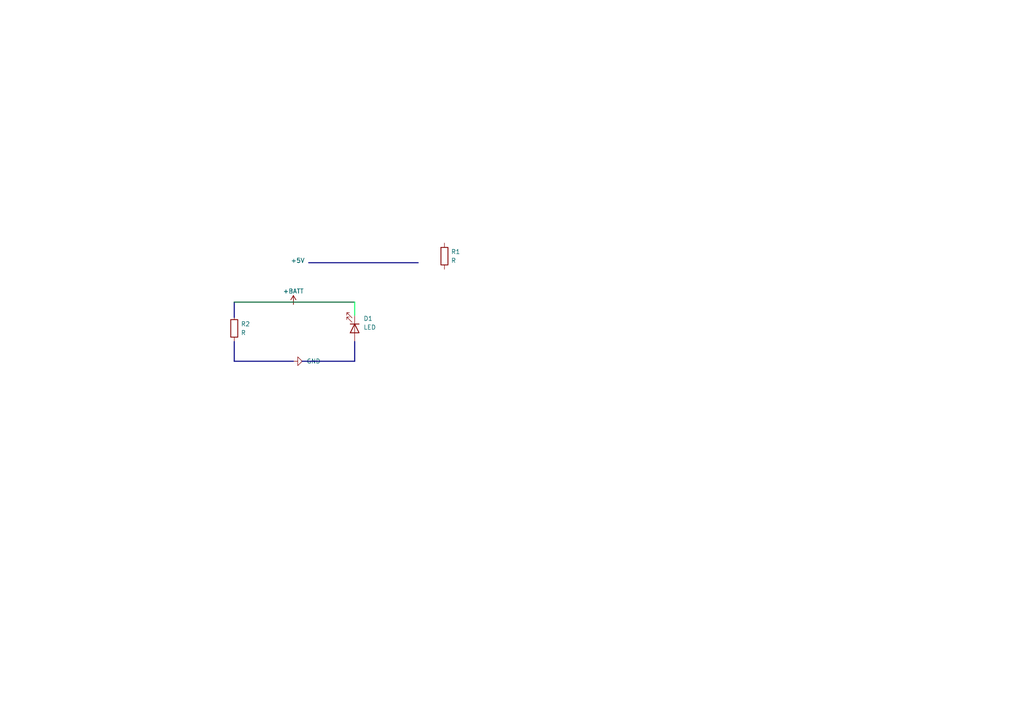
<source format=kicad_sch>
(kicad_sch (version 20250114) (generator "eeschema") (generator_version "9.0")
  (paper "A4")
  (lib_symbols
    (symbol "Device:LED" (pin_numbers (hide yes)) (pin_names (offset 1.016) (hide yes))
      (property "Reference" "D" (at 0 2.54 0))
      (property "Value" "LED" (at 0 -2.54 0))
      (symbol "LED_0_1"
        (polyline (pts (xy -3.048 -0.762) (xy -4.572 -2.286) (xy -3.81 -2.286) (xy -4.572 -2.286) (xy -4.572 -1.524)))
        (polyline (pts (xy -1.778 -0.762) (xy -3.302 -2.286) (xy -2.54 -2.286) (xy -3.302 -2.286) (xy -3.302 -1.524)))
        (polyline (pts (xy -1.27 0) (xy 1.27 0)))
        (polyline (pts (xy -1.27 -1.27) (xy -1.27 1.27)) (stroke (width 0.254)))
        (polyline (pts (xy 1.27 -1.27) (xy 1.27 1.27) (xy -1.27 0) (xy 1.27 -1.27)) (stroke (width 0.254)))
      )
      (symbol "LED_1_1"
        (pin passive line (at -3.81 0 0) (length 2.54) (name "K") (number "1"))
        (pin passive line (at 3.81 0 180) (length 2.54) (name "A") (number "2"))
      )
    )
    (symbol "Device:R" (pin_numbers (hide yes)) (pin_names (offset 0))
      (property "Reference" "R" (at 2.032 0 90))
      (property "Value" "R" (at 0 0 90))
      (symbol "R_0_1"
        (rectangle (start -1.016 -2.54) (end 1.016 2.54) (stroke (width 0.254)))
      )
      (symbol "R_1_1"
        (pin passive line (at 0 3.81 270) (length 1.27) (name "~") (number "1"))
        (pin passive line (at 0 -3.81 90) (length 1.27) (name "~") (number "2"))
      )
    )
    (symbol "power:+5V" (power) (pin_numbers (hide yes)) (pin_names (offset 0) (hide yes))
      (property "Value" "+5V" (at 0 3.556 0))
      (symbol "+5V_0_1"
        (polyline (pts (xy -0.762 1.27) (xy 0 2.54)))
        (polyline (pts (xy 0 2.54) (xy 0.762 1.27)))
        (polyline (pts (xy 0 0) (xy 0 2.54)))
      )
      (symbol "+5V_1_1"
        (pin power_in line (at 0 0 90) (length 0) (name "~") (number "1"))
      )
    )
    (symbol "power:+BATT" (power) (pin_numbers (hide yes)) (pin_names (offset 0) (hide yes))
      (property "Value" "+BATT" (at 0 3.556 0))
      (symbol "+BATT_0_1"
        (polyline (pts (xy -0.762 1.27) (xy 0 2.54)))
        (polyline (pts (xy 0 2.54) (xy 0.762 1.27)))
        (polyline (pts (xy 0 0) (xy 0 2.54)))
      )
      (symbol "+BATT_1_1"
        (pin power_in line (at 0 0 90) (length 0) (name "~") (number "1"))
      )
    )
    (symbol "power:GND" (power) (pin_numbers (hide yes)) (pin_names (offset 0) (hide yes))
      (property "Value" "GND" (at 0 -3.81 0))
      (symbol "GND_0_1"
        (polyline (pts (xy 0 0) (xy 0 -1.27) (xy 1.27 -1.27) (xy 0 -2.54) (xy -1.27 -1.27) (xy 0 -1.27)))
      )
      (symbol "GND_1_1"
        (pin power_in line (at 0 0 270) (length 0) (name "~") (number "1"))
      )
    )
  )
  (bus (pts (xy 67.945 99.06) (xy 67.945 104.775)))
  (bus (pts (xy 67.945 87.63) (xy 67.945 92.075)))
  (bus (pts (xy 102.87 87.63) (xy 102.87 91.44)) (stroke (width 0) (color 28 255 109 1)))
  (bus (pts (xy 87.63 104.775) (xy 102.87 104.775)))
  (bus (pts (xy 102.87 99.06) (xy 102.87 104.775)))
  (bus (pts (xy 89.535 76.2) (xy 121.285 76.2)))
  (bus (pts (xy 67.945 87.63) (xy 102.87 87.63)) (stroke (width 0) (color 19 109 64 1)))
  (bus (pts (xy 67.945 104.775) (xy 85.09 104.775)))
  (symbol (lib_id "Device:R") (at 128.905 74.295 0) (unit 1)
    (property "Reference" "R1" (at 130.81 73.0249 0) (effects (justify left)))
    (property "Value" "R" (at 130.81 75.5649 0) (effects (justify left)))
    (property "Description" "Resistor" (effects (hide yes)))
  )
  (symbol (lib_id "Device:LED") (at 102.87 95.25 270) (unit 1)
    (property "Reference" "D1" (at 105.41 92.3924 90) (effects (justify left)))
    (property "Value" "LED" (at 105.41 94.9324 90) (effects (justify left)))
    (property "Description" "Light emitting diode" (effects (hide yes)))
    (property "Sim.Pins" "1=K 2=A" (effects (hide yes)))
  )
  (symbol (lib_id "Device:R") (at 67.945 95.25 0) (unit 1)
    (property "Reference" "R2" (at 69.85 93.9799 0) (effects (justify left)))
    (property "Value" "R" (at 69.85 96.5199 0) (effects (justify left)))
    (property "Description" "Resistor" (effects (hide yes)))
  )
  (symbol (lib_id "power:+5V") (at 85.09 88.265 0) (unit 1)
    (property "Reference" "#PWR01" (effects (hide yes)))
    (property "Value" "+5V" (at 86.36 75.565 0))
    (property "Description" "Power symbol creates a global label with name \"+5V\"" (effects (hide yes)))
  )
  (symbol (lib_id "power:GND") (at 85.09 104.775 90) (unit 1)
    (property "Reference" "#PWR03" (effects (hide yes)))
    (property "Value" "GND" (at 88.9 104.7749 90) (effects (justify right)))
    (property "Description" "Power symbol creates a global label with name \"GND\" , ground" (effects (hide yes)))
  )
  (symbol (lib_id "power:+BATT") (at 85.09 88.265 0) (unit 1)
    (property "Reference" "#PWR02" (effects (hide yes)))
    (property "Value" "+BATT" (at 85.09 84.455 0))
    (property "Description" "Power symbol creates a global label with name \"+BATT\"" (effects (hide yes)))
  )
)
</source>
